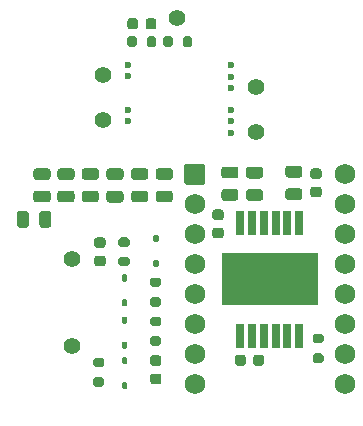
<source format=gts>
G04 #@! TF.GenerationSoftware,KiCad,Pcbnew,7.0.9-7.0.9~ubuntu22.04.1*
G04 #@! TF.CreationDate,2023-12-29T17:38:48+00:00*
G04 #@! TF.ProjectId,driver_test,64726976-6572-45f7-9465-73742e6b6963,rev?*
G04 #@! TF.SameCoordinates,Original*
G04 #@! TF.FileFunction,Soldermask,Top*
G04 #@! TF.FilePolarity,Negative*
%FSLAX46Y46*%
G04 Gerber Fmt 4.6, Leading zero omitted, Abs format (unit mm)*
G04 Created by KiCad (PCBNEW 7.0.9-7.0.9~ubuntu22.04.1) date 2023-12-29 17:38:48*
%MOMM*%
%LPD*%
G01*
G04 APERTURE LIST*
%ADD10C,1.400000*%
%ADD11C,0.600000*%
%ADD12R,0.650000X2.000000*%
%ADD13R,8.100000X4.500000*%
%ADD14C,1.734000*%
G04 APERTURE END LIST*
G04 #@! TO.C,R1*
G36*
G01*
X26265000Y3090000D02*
X25715000Y3090000D01*
G75*
G02*
X25515000Y3290000I0J200000D01*
G01*
X25515000Y3690000D01*
G75*
G02*
X25715000Y3890000I200000J0D01*
G01*
X26265000Y3890000D01*
G75*
G02*
X26465000Y3690000I0J-200000D01*
G01*
X26465000Y3290000D01*
G75*
G02*
X26265000Y3090000I-200000J0D01*
G01*
G37*
G36*
G01*
X26265000Y4740000D02*
X25715000Y4740000D01*
G75*
G02*
X25515000Y4940000I0J200000D01*
G01*
X25515000Y5340000D01*
G75*
G02*
X25715000Y5540000I200000J0D01*
G01*
X26265000Y5540000D01*
G75*
G02*
X26465000Y5340000I0J-200000D01*
G01*
X26465000Y4940000D01*
G75*
G02*
X26265000Y4740000I-200000J0D01*
G01*
G37*
G04 #@! TD*
D10*
G04 #@! TO.C,IN_KNOCK2*
X7763000Y27485002D03*
G04 #@! TD*
G04 #@! TO.C,C20*
G36*
G01*
X5115000Y16680000D02*
X4165000Y16680000D01*
G75*
G02*
X3915000Y16930000I0J250000D01*
G01*
X3915000Y17430000D01*
G75*
G02*
X4165000Y17680000I250000J0D01*
G01*
X5115000Y17680000D01*
G75*
G02*
X5365000Y17430000I0J-250000D01*
G01*
X5365000Y16930000D01*
G75*
G02*
X5115000Y16680000I-250000J0D01*
G01*
G37*
G36*
G01*
X5115000Y18580000D02*
X4165000Y18580000D01*
G75*
G02*
X3915000Y18830000I0J250000D01*
G01*
X3915000Y19330000D01*
G75*
G02*
X4165000Y19580000I250000J0D01*
G01*
X5115000Y19580000D01*
G75*
G02*
X5365000Y19330000I0J-250000D01*
G01*
X5365000Y18830000D01*
G75*
G02*
X5115000Y18580000I-250000J0D01*
G01*
G37*
G04 #@! TD*
G04 #@! TO.C,C18*
G36*
G01*
X7175000Y16680000D02*
X6225000Y16680000D01*
G75*
G02*
X5975000Y16930000I0J250000D01*
G01*
X5975000Y17430000D01*
G75*
G02*
X6225000Y17680000I250000J0D01*
G01*
X7175000Y17680000D01*
G75*
G02*
X7425000Y17430000I0J-250000D01*
G01*
X7425000Y16930000D01*
G75*
G02*
X7175000Y16680000I-250000J0D01*
G01*
G37*
G36*
G01*
X7175000Y18580000D02*
X6225000Y18580000D01*
G75*
G02*
X5975000Y18830000I0J250000D01*
G01*
X5975000Y19330000D01*
G75*
G02*
X6225000Y19580000I250000J0D01*
G01*
X7175000Y19580000D01*
G75*
G02*
X7425000Y19330000I0J-250000D01*
G01*
X7425000Y18830000D01*
G75*
G02*
X7175000Y18580000I-250000J0D01*
G01*
G37*
G04 #@! TD*
G04 #@! TO.C,C16*
G36*
G01*
X3390000Y15715000D02*
X3390000Y14765000D01*
G75*
G02*
X3140000Y14515000I-250000J0D01*
G01*
X2640000Y14515000D01*
G75*
G02*
X2390000Y14765000I0J250000D01*
G01*
X2390000Y15715000D01*
G75*
G02*
X2640000Y15965000I250000J0D01*
G01*
X3140000Y15965000D01*
G75*
G02*
X3390000Y15715000I0J-250000D01*
G01*
G37*
G36*
G01*
X1490000Y15715000D02*
X1490000Y14765000D01*
G75*
G02*
X1240000Y14515000I-250000J0D01*
G01*
X740000Y14515000D01*
G75*
G02*
X490000Y14765000I0J250000D01*
G01*
X490000Y15715000D01*
G75*
G02*
X740000Y15965000I250000J0D01*
G01*
X1240000Y15965000D01*
G75*
G02*
X1490000Y15715000I0J-250000D01*
G01*
G37*
G04 #@! TD*
G04 #@! TO.C,R6*
G36*
G01*
X15338000Y30554002D02*
X15338000Y30004002D01*
G75*
G02*
X15138000Y29804002I-200000J0D01*
G01*
X14738000Y29804002D01*
G75*
G02*
X14538000Y30004002I0J200000D01*
G01*
X14538000Y30554002D01*
G75*
G02*
X14738000Y30754002I200000J0D01*
G01*
X15138000Y30754002D01*
G75*
G02*
X15338000Y30554002I0J-200000D01*
G01*
G37*
G36*
G01*
X13688000Y30554002D02*
X13688000Y30004002D01*
G75*
G02*
X13488000Y29804002I-200000J0D01*
G01*
X13088000Y29804002D01*
G75*
G02*
X12888000Y30004002I0J200000D01*
G01*
X12888000Y30554002D01*
G75*
G02*
X13088000Y30754002I200000J0D01*
G01*
X13488000Y30754002D01*
G75*
G02*
X13688000Y30554002I0J-200000D01*
G01*
G37*
G04 #@! TD*
G04 #@! TO.C,R7*
G36*
G01*
X12290000Y30554002D02*
X12290000Y30004002D01*
G75*
G02*
X12090000Y29804002I-200000J0D01*
G01*
X11690000Y29804002D01*
G75*
G02*
X11490000Y30004002I0J200000D01*
G01*
X11490000Y30554002D01*
G75*
G02*
X11690000Y30754002I200000J0D01*
G01*
X12090000Y30754002D01*
G75*
G02*
X12290000Y30554002I0J-200000D01*
G01*
G37*
G36*
G01*
X10640000Y30554002D02*
X10640000Y30004002D01*
G75*
G02*
X10440000Y29804002I-200000J0D01*
G01*
X10040000Y29804002D01*
G75*
G02*
X9840000Y30004002I0J200000D01*
G01*
X9840000Y30554002D01*
G75*
G02*
X10040000Y30754002I200000J0D01*
G01*
X10440000Y30754002D01*
G75*
G02*
X10640000Y30554002I0J-200000D01*
G01*
G37*
G04 #@! TD*
G04 #@! TO.C,R4*
G36*
G01*
X11960000Y10315000D02*
X12510000Y10315000D01*
G75*
G02*
X12710000Y10115000I0J-200000D01*
G01*
X12710000Y9715000D01*
G75*
G02*
X12510000Y9515000I-200000J0D01*
G01*
X11960000Y9515000D01*
G75*
G02*
X11760000Y9715000I0J200000D01*
G01*
X11760000Y10115000D01*
G75*
G02*
X11960000Y10315000I200000J0D01*
G01*
G37*
G36*
G01*
X11960000Y8665000D02*
X12510000Y8665000D01*
G75*
G02*
X12710000Y8465000I0J-200000D01*
G01*
X12710000Y8065000D01*
G75*
G02*
X12510000Y7865000I-200000J0D01*
G01*
X11960000Y7865000D01*
G75*
G02*
X11760000Y8065000I0J200000D01*
G01*
X11760000Y8465000D01*
G75*
G02*
X11960000Y8665000I200000J0D01*
G01*
G37*
G04 #@! TD*
G04 #@! TO.C,C22*
G36*
G01*
X21085000Y16800000D02*
X20135000Y16800000D01*
G75*
G02*
X19885000Y17050000I0J250000D01*
G01*
X19885000Y17550000D01*
G75*
G02*
X20135000Y17800000I250000J0D01*
G01*
X21085000Y17800000D01*
G75*
G02*
X21335000Y17550000I0J-250000D01*
G01*
X21335000Y17050000D01*
G75*
G02*
X21085000Y16800000I-250000J0D01*
G01*
G37*
G36*
G01*
X21085000Y18700000D02*
X20135000Y18700000D01*
G75*
G02*
X19885000Y18950000I0J250000D01*
G01*
X19885000Y19450000D01*
G75*
G02*
X20135000Y19700000I250000J0D01*
G01*
X21085000Y19700000D01*
G75*
G02*
X21335000Y19450000I0J-250000D01*
G01*
X21335000Y18950000D01*
G75*
G02*
X21085000Y18700000I-250000J0D01*
G01*
G37*
G04 #@! TD*
D11*
G04 #@! TO.C,M1*
X18588000Y28284003D03*
X18588000Y27334003D03*
X18588000Y26384005D03*
X9888000Y27384003D03*
X9888000Y28284003D03*
G04 #@! TD*
D10*
G04 #@! TO.C,IN_KNOCK1*
X7763000Y23675002D03*
G04 #@! TD*
G04 #@! TO.C,D3*
G36*
G01*
X12377500Y11200000D02*
X12152500Y11200000D01*
G75*
G02*
X12040000Y11312500I0J112500D01*
G01*
X12040000Y11687500D01*
G75*
G02*
X12152500Y11800000I112500J0D01*
G01*
X12377500Y11800000D01*
G75*
G02*
X12490000Y11687500I0J-112500D01*
G01*
X12490000Y11312500D01*
G75*
G02*
X12377500Y11200000I-112500J0D01*
G01*
G37*
G36*
G01*
X12377500Y13300000D02*
X12152500Y13300000D01*
G75*
G02*
X12040000Y13412500I0J112500D01*
G01*
X12040000Y13787500D01*
G75*
G02*
X12152500Y13900000I112500J0D01*
G01*
X12377500Y13900000D01*
G75*
G02*
X12490000Y13787500I0J-112500D01*
G01*
X12490000Y13412500D01*
G75*
G02*
X12377500Y13300000I-112500J0D01*
G01*
G37*
G04 #@! TD*
G04 #@! TO.C,D2*
G36*
G01*
X9482500Y7000000D02*
X9707500Y7000000D01*
G75*
G02*
X9820000Y6887500I0J-112500D01*
G01*
X9820000Y6512500D01*
G75*
G02*
X9707500Y6400000I-112500J0D01*
G01*
X9482500Y6400000D01*
G75*
G02*
X9370000Y6512500I0J112500D01*
G01*
X9370000Y6887500D01*
G75*
G02*
X9482500Y7000000I112500J0D01*
G01*
G37*
G36*
G01*
X9482500Y4900000D02*
X9707500Y4900000D01*
G75*
G02*
X9820000Y4787500I0J-112500D01*
G01*
X9820000Y4412500D01*
G75*
G02*
X9707500Y4300000I-112500J0D01*
G01*
X9482500Y4300000D01*
G75*
G02*
X9370000Y4412500I0J112500D01*
G01*
X9370000Y4787500D01*
G75*
G02*
X9482500Y4900000I112500J0D01*
G01*
G37*
G04 #@! TD*
G04 #@! TO.C,C13*
G36*
G01*
X21405000Y3560000D02*
X21405000Y3060000D01*
G75*
G02*
X21180000Y2835000I-225000J0D01*
G01*
X20730000Y2835000D01*
G75*
G02*
X20505000Y3060000I0J225000D01*
G01*
X20505000Y3560000D01*
G75*
G02*
X20730000Y3785000I225000J0D01*
G01*
X21180000Y3785000D01*
G75*
G02*
X21405000Y3560000I0J-225000D01*
G01*
G37*
G36*
G01*
X19855000Y3560000D02*
X19855000Y3060000D01*
G75*
G02*
X19630000Y2835000I-225000J0D01*
G01*
X19180000Y2835000D01*
G75*
G02*
X18955000Y3060000I0J225000D01*
G01*
X18955000Y3560000D01*
G75*
G02*
X19180000Y3785000I225000J0D01*
G01*
X19630000Y3785000D01*
G75*
G02*
X19855000Y3560000I0J-225000D01*
G01*
G37*
G04 #@! TD*
G04 #@! TO.C,OUT_KNOCK1*
X20717000Y22659002D03*
G04 #@! TD*
G04 #@! TO.C,C2*
G36*
G01*
X7265000Y13725000D02*
X7765000Y13725000D01*
G75*
G02*
X7990000Y13500000I0J-225000D01*
G01*
X7990000Y13050000D01*
G75*
G02*
X7765000Y12825000I-225000J0D01*
G01*
X7265000Y12825000D01*
G75*
G02*
X7040000Y13050000I0J225000D01*
G01*
X7040000Y13500000D01*
G75*
G02*
X7265000Y13725000I225000J0D01*
G01*
G37*
G36*
G01*
X7265000Y12175000D02*
X7765000Y12175000D01*
G75*
G02*
X7990000Y11950000I0J-225000D01*
G01*
X7990000Y11500000D01*
G75*
G02*
X7765000Y11275000I-225000J0D01*
G01*
X7265000Y11275000D01*
G75*
G02*
X7040000Y11500000I0J225000D01*
G01*
X7040000Y11950000D01*
G75*
G02*
X7265000Y12175000I225000J0D01*
G01*
G37*
G04 #@! TD*
D11*
G04 #@! TO.C,M2*
X18588000Y24496000D03*
X18588000Y23546000D03*
X18588000Y22596002D03*
X9888000Y23596000D03*
X9888000Y24496000D03*
G04 #@! TD*
D10*
G04 #@! TO.C,OUT_KNOCK2*
X20717000Y26469002D03*
G04 #@! TD*
G04 #@! TO.C,C15*
G36*
G01*
X3085000Y16680000D02*
X2135000Y16680000D01*
G75*
G02*
X1885000Y16930000I0J250000D01*
G01*
X1885000Y17430000D01*
G75*
G02*
X2135000Y17680000I250000J0D01*
G01*
X3085000Y17680000D01*
G75*
G02*
X3335000Y17430000I0J-250000D01*
G01*
X3335000Y16930000D01*
G75*
G02*
X3085000Y16680000I-250000J0D01*
G01*
G37*
G36*
G01*
X3085000Y18580000D02*
X2135000Y18580000D01*
G75*
G02*
X1885000Y18830000I0J250000D01*
G01*
X1885000Y19330000D01*
G75*
G02*
X2135000Y19580000I250000J0D01*
G01*
X3085000Y19580000D01*
G75*
G02*
X3335000Y19330000I0J-250000D01*
G01*
X3335000Y18830000D01*
G75*
G02*
X3085000Y18580000I-250000J0D01*
G01*
G37*
G04 #@! TD*
G04 #@! TO.C,D1*
G36*
G01*
X9697500Y7880000D02*
X9472500Y7880000D01*
G75*
G02*
X9360000Y7992500I0J112500D01*
G01*
X9360000Y8367500D01*
G75*
G02*
X9472500Y8480000I112500J0D01*
G01*
X9697500Y8480000D01*
G75*
G02*
X9810000Y8367500I0J-112500D01*
G01*
X9810000Y7992500D01*
G75*
G02*
X9697500Y7880000I-112500J0D01*
G01*
G37*
G36*
G01*
X9697500Y9980000D02*
X9472500Y9980000D01*
G75*
G02*
X9360000Y10092500I0J112500D01*
G01*
X9360000Y10467500D01*
G75*
G02*
X9472500Y10580000I112500J0D01*
G01*
X9697500Y10580000D01*
G75*
G02*
X9810000Y10467500I0J-112500D01*
G01*
X9810000Y10092500D01*
G75*
G02*
X9697500Y9980000I-112500J0D01*
G01*
G37*
G04 #@! TD*
G04 #@! TO.C,PPS2_CPU1*
X5155000Y4520000D03*
G04 #@! TD*
D12*
G04 #@! TO.C,U2*
X24385000Y14970000D03*
X23385000Y14970000D03*
X22385000Y14970000D03*
X21385000Y14970000D03*
X20385000Y14970000D03*
X19385000Y14970000D03*
X19385000Y5370000D03*
X20385000Y5370000D03*
X21385000Y5370000D03*
X22385000Y5370000D03*
X23385000Y5370000D03*
X24385000Y5370000D03*
D13*
X21885000Y10170000D03*
G04 #@! TD*
G04 #@! TO.C,C1*
G36*
G01*
X13445000Y16680000D02*
X12495000Y16680000D01*
G75*
G02*
X12245000Y16930000I0J250000D01*
G01*
X12245000Y17430000D01*
G75*
G02*
X12495000Y17680000I250000J0D01*
G01*
X13445000Y17680000D01*
G75*
G02*
X13695000Y17430000I0J-250000D01*
G01*
X13695000Y16930000D01*
G75*
G02*
X13445000Y16680000I-250000J0D01*
G01*
G37*
G36*
G01*
X13445000Y18580000D02*
X12495000Y18580000D01*
G75*
G02*
X12245000Y18830000I0J250000D01*
G01*
X12245000Y19330000D01*
G75*
G02*
X12495000Y19580000I250000J0D01*
G01*
X13445000Y19580000D01*
G75*
G02*
X13695000Y19330000I0J-250000D01*
G01*
X13695000Y18830000D01*
G75*
G02*
X13445000Y18580000I-250000J0D01*
G01*
G37*
G04 #@! TD*
G04 #@! TO.C,C12*
G36*
G01*
X17270000Y16080000D02*
X17770000Y16080000D01*
G75*
G02*
X17995000Y15855000I0J-225000D01*
G01*
X17995000Y15405000D01*
G75*
G02*
X17770000Y15180000I-225000J0D01*
G01*
X17270000Y15180000D01*
G75*
G02*
X17045000Y15405000I0J225000D01*
G01*
X17045000Y15855000D01*
G75*
G02*
X17270000Y16080000I225000J0D01*
G01*
G37*
G36*
G01*
X17270000Y14530000D02*
X17770000Y14530000D01*
G75*
G02*
X17995000Y14305000I0J-225000D01*
G01*
X17995000Y13855000D01*
G75*
G02*
X17770000Y13630000I-225000J0D01*
G01*
X17270000Y13630000D01*
G75*
G02*
X17045000Y13855000I0J225000D01*
G01*
X17045000Y14305000D01*
G75*
G02*
X17270000Y14530000I225000J0D01*
G01*
G37*
G04 #@! TD*
G04 #@! TO.C,C21*
G36*
G01*
X9265000Y16670000D02*
X8315000Y16670000D01*
G75*
G02*
X8065000Y16920000I0J250000D01*
G01*
X8065000Y17420000D01*
G75*
G02*
X8315000Y17670000I250000J0D01*
G01*
X9265000Y17670000D01*
G75*
G02*
X9515000Y17420000I0J-250000D01*
G01*
X9515000Y16920000D01*
G75*
G02*
X9265000Y16670000I-250000J0D01*
G01*
G37*
G36*
G01*
X9265000Y18570000D02*
X8315000Y18570000D01*
G75*
G02*
X8065000Y18820000I0J250000D01*
G01*
X8065000Y19320000D01*
G75*
G02*
X8315000Y19570000I250000J0D01*
G01*
X9265000Y19570000D01*
G75*
G02*
X9515000Y19320000I0J-250000D01*
G01*
X9515000Y18820000D01*
G75*
G02*
X9265000Y18570000I-250000J0D01*
G01*
G37*
G04 #@! TD*
G04 #@! TO.C,C3*
G36*
G01*
X12495000Y1285000D02*
X11995000Y1285000D01*
G75*
G02*
X11770000Y1510000I0J225000D01*
G01*
X11770000Y1960000D01*
G75*
G02*
X11995000Y2185000I225000J0D01*
G01*
X12495000Y2185000D01*
G75*
G02*
X12720000Y1960000I0J-225000D01*
G01*
X12720000Y1510000D01*
G75*
G02*
X12495000Y1285000I-225000J0D01*
G01*
G37*
G36*
G01*
X12495000Y2835000D02*
X11995000Y2835000D01*
G75*
G02*
X11770000Y3060000I0J225000D01*
G01*
X11770000Y3510000D01*
G75*
G02*
X11995000Y3735000I225000J0D01*
G01*
X12495000Y3735000D01*
G75*
G02*
X12720000Y3510000I0J-225000D01*
G01*
X12720000Y3060000D01*
G75*
G02*
X12495000Y2835000I-225000J0D01*
G01*
G37*
G04 #@! TD*
G04 #@! TO.C,R2*
G36*
G01*
X12510000Y4540000D02*
X11960000Y4540000D01*
G75*
G02*
X11760000Y4740000I0J200000D01*
G01*
X11760000Y5140000D01*
G75*
G02*
X11960000Y5340000I200000J0D01*
G01*
X12510000Y5340000D01*
G75*
G02*
X12710000Y5140000I0J-200000D01*
G01*
X12710000Y4740000D01*
G75*
G02*
X12510000Y4540000I-200000J0D01*
G01*
G37*
G36*
G01*
X12510000Y6190000D02*
X11960000Y6190000D01*
G75*
G02*
X11760000Y6390000I0J200000D01*
G01*
X11760000Y6790000D01*
G75*
G02*
X11960000Y6990000I200000J0D01*
G01*
X12510000Y6990000D01*
G75*
G02*
X12710000Y6790000I0J-200000D01*
G01*
X12710000Y6390000D01*
G75*
G02*
X12510000Y6190000I-200000J0D01*
G01*
G37*
G04 #@! TD*
G04 #@! TO.C,C14*
G36*
G01*
X11355000Y16680000D02*
X10405000Y16680000D01*
G75*
G02*
X10155000Y16930000I0J250000D01*
G01*
X10155000Y17430000D01*
G75*
G02*
X10405000Y17680000I250000J0D01*
G01*
X11355000Y17680000D01*
G75*
G02*
X11605000Y17430000I0J-250000D01*
G01*
X11605000Y16930000D01*
G75*
G02*
X11355000Y16680000I-250000J0D01*
G01*
G37*
G36*
G01*
X11355000Y18580000D02*
X10405000Y18580000D01*
G75*
G02*
X10155000Y18830000I0J250000D01*
G01*
X10155000Y19330000D01*
G75*
G02*
X10405000Y19580000I250000J0D01*
G01*
X11355000Y19580000D01*
G75*
G02*
X11605000Y19330000I0J-250000D01*
G01*
X11605000Y18830000D01*
G75*
G02*
X11355000Y18580000I-250000J0D01*
G01*
G37*
G04 #@! TD*
G04 #@! TO.C,D4*
G36*
G01*
X9512500Y3560000D02*
X9737500Y3560000D01*
G75*
G02*
X9850000Y3447500I0J-112500D01*
G01*
X9850000Y3072500D01*
G75*
G02*
X9737500Y2960000I-112500J0D01*
G01*
X9512500Y2960000D01*
G75*
G02*
X9400000Y3072500I0J112500D01*
G01*
X9400000Y3447500D01*
G75*
G02*
X9512500Y3560000I112500J0D01*
G01*
G37*
G36*
G01*
X9512500Y1460000D02*
X9737500Y1460000D01*
G75*
G02*
X9850000Y1347500I0J-112500D01*
G01*
X9850000Y972500D01*
G75*
G02*
X9737500Y860000I-112500J0D01*
G01*
X9512500Y860000D01*
G75*
G02*
X9400000Y972500I0J112500D01*
G01*
X9400000Y1347500D01*
G75*
G02*
X9512500Y1460000I112500J0D01*
G01*
G37*
G04 #@! TD*
D10*
G04 #@! TO.C,5V_IN1*
X14063000Y32311002D03*
G04 #@! TD*
G04 #@! TO.C,C4*
G36*
G01*
X9840000Y31553002D02*
X9840000Y32053002D01*
G75*
G02*
X10065000Y32278002I225000J0D01*
G01*
X10515000Y32278002D01*
G75*
G02*
X10740000Y32053002I0J-225000D01*
G01*
X10740000Y31553002D01*
G75*
G02*
X10515000Y31328002I-225000J0D01*
G01*
X10065000Y31328002D01*
G75*
G02*
X9840000Y31553002I0J225000D01*
G01*
G37*
G36*
G01*
X11390000Y31553002D02*
X11390000Y32053002D01*
G75*
G02*
X11615000Y32278002I225000J0D01*
G01*
X12065000Y32278002D01*
G75*
G02*
X12290000Y32053002I0J-225000D01*
G01*
X12290000Y31553002D01*
G75*
G02*
X12065000Y31328002I-225000J0D01*
G01*
X11615000Y31328002D01*
G75*
G02*
X11390000Y31553002I0J225000D01*
G01*
G37*
G04 #@! TD*
G04 #@! TO.C,R5*
G36*
G01*
X9280000Y13715000D02*
X9830000Y13715000D01*
G75*
G02*
X10030000Y13515000I0J-200000D01*
G01*
X10030000Y13115000D01*
G75*
G02*
X9830000Y12915000I-200000J0D01*
G01*
X9280000Y12915000D01*
G75*
G02*
X9080000Y13115000I0J200000D01*
G01*
X9080000Y13515000D01*
G75*
G02*
X9280000Y13715000I200000J0D01*
G01*
G37*
G36*
G01*
X9280000Y12065000D02*
X9830000Y12065000D01*
G75*
G02*
X10030000Y11865000I0J-200000D01*
G01*
X10030000Y11465000D01*
G75*
G02*
X9830000Y11265000I-200000J0D01*
G01*
X9280000Y11265000D01*
G75*
G02*
X9080000Y11465000I0J200000D01*
G01*
X9080000Y11865000D01*
G75*
G02*
X9280000Y12065000I200000J0D01*
G01*
G37*
G04 #@! TD*
G04 #@! TO.C,C11*
G36*
G01*
X26060000Y17115000D02*
X25560000Y17115000D01*
G75*
G02*
X25335000Y17340000I0J225000D01*
G01*
X25335000Y17790000D01*
G75*
G02*
X25560000Y18015000I225000J0D01*
G01*
X26060000Y18015000D01*
G75*
G02*
X26285000Y17790000I0J-225000D01*
G01*
X26285000Y17340000D01*
G75*
G02*
X26060000Y17115000I-225000J0D01*
G01*
G37*
G36*
G01*
X26060000Y18665000D02*
X25560000Y18665000D01*
G75*
G02*
X25335000Y18890000I0J225000D01*
G01*
X25335000Y19340000D01*
G75*
G02*
X25560000Y19565000I225000J0D01*
G01*
X26060000Y19565000D01*
G75*
G02*
X26285000Y19340000I0J-225000D01*
G01*
X26285000Y18890000D01*
G75*
G02*
X26060000Y18665000I-225000J0D01*
G01*
G37*
G04 #@! TD*
G04 #@! TO.C,C19*
G36*
G01*
X18995000Y16810000D02*
X18045000Y16810000D01*
G75*
G02*
X17795000Y17060000I0J250000D01*
G01*
X17795000Y17560000D01*
G75*
G02*
X18045000Y17810000I250000J0D01*
G01*
X18995000Y17810000D01*
G75*
G02*
X19245000Y17560000I0J-250000D01*
G01*
X19245000Y17060000D01*
G75*
G02*
X18995000Y16810000I-250000J0D01*
G01*
G37*
G36*
G01*
X18995000Y18710000D02*
X18045000Y18710000D01*
G75*
G02*
X17795000Y18960000I0J250000D01*
G01*
X17795000Y19460000D01*
G75*
G02*
X18045000Y19710000I250000J0D01*
G01*
X18995000Y19710000D01*
G75*
G02*
X19245000Y19460000I0J-250000D01*
G01*
X19245000Y18960000D01*
G75*
G02*
X18995000Y18710000I-250000J0D01*
G01*
G37*
G04 #@! TD*
G04 #@! TO.C,R3*
G36*
G01*
X7700000Y1075000D02*
X7150000Y1075000D01*
G75*
G02*
X6950000Y1275000I0J200000D01*
G01*
X6950000Y1675000D01*
G75*
G02*
X7150000Y1875000I200000J0D01*
G01*
X7700000Y1875000D01*
G75*
G02*
X7900000Y1675000I0J-200000D01*
G01*
X7900000Y1275000D01*
G75*
G02*
X7700000Y1075000I-200000J0D01*
G01*
G37*
G36*
G01*
X7700000Y2725000D02*
X7150000Y2725000D01*
G75*
G02*
X6950000Y2925000I0J200000D01*
G01*
X6950000Y3325000D01*
G75*
G02*
X7150000Y3525000I200000J0D01*
G01*
X7700000Y3525000D01*
G75*
G02*
X7900000Y3325000I0J-200000D01*
G01*
X7900000Y2925000D01*
G75*
G02*
X7700000Y2725000I-200000J0D01*
G01*
G37*
G04 #@! TD*
G04 #@! TO.C,C17*
G36*
G01*
X24405000Y16880000D02*
X23455000Y16880000D01*
G75*
G02*
X23205000Y17130000I0J250000D01*
G01*
X23205000Y17630000D01*
G75*
G02*
X23455000Y17880000I250000J0D01*
G01*
X24405000Y17880000D01*
G75*
G02*
X24655000Y17630000I0J-250000D01*
G01*
X24655000Y17130000D01*
G75*
G02*
X24405000Y16880000I-250000J0D01*
G01*
G37*
G36*
G01*
X24405000Y18780000D02*
X23455000Y18780000D01*
G75*
G02*
X23205000Y19030000I0J250000D01*
G01*
X23205000Y19530000D01*
G75*
G02*
X23455000Y19780000I250000J0D01*
G01*
X24405000Y19780000D01*
G75*
G02*
X24655000Y19530000I0J-250000D01*
G01*
X24655000Y19030000D01*
G75*
G02*
X24405000Y18780000I-250000J0D01*
G01*
G37*
G04 #@! TD*
G04 #@! TO.C,TPS2_CPU1*
X5185000Y11860000D03*
G04 #@! TD*
G04 #@! TO.C,U1*
G36*
G01*
X14668000Y18295000D02*
X14668000Y19825000D01*
G75*
G02*
X14770000Y19927000I102000J0D01*
G01*
X16300000Y19927000D01*
G75*
G02*
X16402000Y19825000I0J-102000D01*
G01*
X16402000Y18295000D01*
G75*
G02*
X16300000Y18193000I-102000J0D01*
G01*
X14770000Y18193000D01*
G75*
G02*
X14668000Y18295000I0J102000D01*
G01*
G37*
D14*
X15535000Y16520000D03*
X15535000Y13980000D03*
X15535000Y11440000D03*
X15535000Y8900000D03*
X15535000Y6360000D03*
X15535000Y3820000D03*
X15535000Y1280000D03*
X28235000Y1280000D03*
X28235000Y3820000D03*
X28235000Y6360000D03*
X28235000Y8900000D03*
X28235000Y11440000D03*
X28235000Y13980000D03*
X28235000Y16520000D03*
X28235000Y19060000D03*
G04 #@! TD*
M02*

</source>
